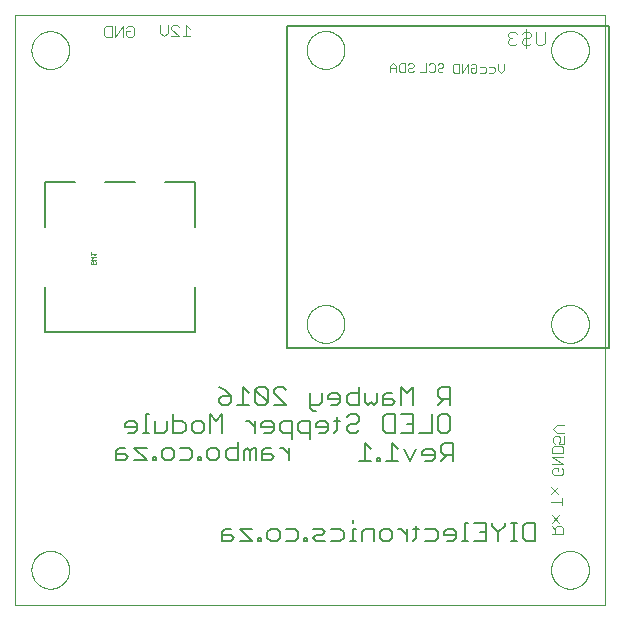
<source format=gbo>
G75*
%MOIN*%
%OFA0B0*%
%FSLAX25Y25*%
%IPPOS*%
%LPD*%
%AMOC8*
5,1,8,0,0,1.08239X$1,22.5*
%
%ADD10C,0.00000*%
%ADD11C,0.00300*%
%ADD12C,0.00500*%
%ADD13C,0.00100*%
%ADD14C,0.00400*%
D10*
X0002600Y0002600D02*
X0002600Y0199450D01*
X0199450Y0199450D01*
X0199450Y0002600D01*
X0002600Y0002600D01*
X0008112Y0014411D02*
X0008114Y0014569D01*
X0008120Y0014727D01*
X0008130Y0014885D01*
X0008144Y0015043D01*
X0008162Y0015200D01*
X0008183Y0015357D01*
X0008209Y0015513D01*
X0008239Y0015669D01*
X0008272Y0015824D01*
X0008310Y0015977D01*
X0008351Y0016130D01*
X0008396Y0016282D01*
X0008445Y0016433D01*
X0008498Y0016582D01*
X0008554Y0016730D01*
X0008614Y0016876D01*
X0008678Y0017021D01*
X0008746Y0017164D01*
X0008817Y0017306D01*
X0008891Y0017446D01*
X0008969Y0017583D01*
X0009051Y0017719D01*
X0009135Y0017853D01*
X0009224Y0017984D01*
X0009315Y0018113D01*
X0009410Y0018240D01*
X0009507Y0018365D01*
X0009608Y0018487D01*
X0009712Y0018606D01*
X0009819Y0018723D01*
X0009929Y0018837D01*
X0010042Y0018948D01*
X0010157Y0019057D01*
X0010275Y0019162D01*
X0010396Y0019264D01*
X0010519Y0019364D01*
X0010645Y0019460D01*
X0010773Y0019553D01*
X0010903Y0019643D01*
X0011036Y0019729D01*
X0011171Y0019813D01*
X0011307Y0019892D01*
X0011446Y0019969D01*
X0011587Y0020041D01*
X0011729Y0020111D01*
X0011873Y0020176D01*
X0012019Y0020238D01*
X0012166Y0020296D01*
X0012315Y0020351D01*
X0012465Y0020402D01*
X0012616Y0020449D01*
X0012768Y0020492D01*
X0012921Y0020531D01*
X0013076Y0020567D01*
X0013231Y0020598D01*
X0013387Y0020626D01*
X0013543Y0020650D01*
X0013700Y0020670D01*
X0013858Y0020686D01*
X0014015Y0020698D01*
X0014174Y0020706D01*
X0014332Y0020710D01*
X0014490Y0020710D01*
X0014648Y0020706D01*
X0014807Y0020698D01*
X0014964Y0020686D01*
X0015122Y0020670D01*
X0015279Y0020650D01*
X0015435Y0020626D01*
X0015591Y0020598D01*
X0015746Y0020567D01*
X0015901Y0020531D01*
X0016054Y0020492D01*
X0016206Y0020449D01*
X0016357Y0020402D01*
X0016507Y0020351D01*
X0016656Y0020296D01*
X0016803Y0020238D01*
X0016949Y0020176D01*
X0017093Y0020111D01*
X0017235Y0020041D01*
X0017376Y0019969D01*
X0017515Y0019892D01*
X0017651Y0019813D01*
X0017786Y0019729D01*
X0017919Y0019643D01*
X0018049Y0019553D01*
X0018177Y0019460D01*
X0018303Y0019364D01*
X0018426Y0019264D01*
X0018547Y0019162D01*
X0018665Y0019057D01*
X0018780Y0018948D01*
X0018893Y0018837D01*
X0019003Y0018723D01*
X0019110Y0018606D01*
X0019214Y0018487D01*
X0019315Y0018365D01*
X0019412Y0018240D01*
X0019507Y0018113D01*
X0019598Y0017984D01*
X0019687Y0017853D01*
X0019771Y0017719D01*
X0019853Y0017583D01*
X0019931Y0017446D01*
X0020005Y0017306D01*
X0020076Y0017164D01*
X0020144Y0017021D01*
X0020208Y0016876D01*
X0020268Y0016730D01*
X0020324Y0016582D01*
X0020377Y0016433D01*
X0020426Y0016282D01*
X0020471Y0016130D01*
X0020512Y0015977D01*
X0020550Y0015824D01*
X0020583Y0015669D01*
X0020613Y0015513D01*
X0020639Y0015357D01*
X0020660Y0015200D01*
X0020678Y0015043D01*
X0020692Y0014885D01*
X0020702Y0014727D01*
X0020708Y0014569D01*
X0020710Y0014411D01*
X0020708Y0014253D01*
X0020702Y0014095D01*
X0020692Y0013937D01*
X0020678Y0013779D01*
X0020660Y0013622D01*
X0020639Y0013465D01*
X0020613Y0013309D01*
X0020583Y0013153D01*
X0020550Y0012998D01*
X0020512Y0012845D01*
X0020471Y0012692D01*
X0020426Y0012540D01*
X0020377Y0012389D01*
X0020324Y0012240D01*
X0020268Y0012092D01*
X0020208Y0011946D01*
X0020144Y0011801D01*
X0020076Y0011658D01*
X0020005Y0011516D01*
X0019931Y0011376D01*
X0019853Y0011239D01*
X0019771Y0011103D01*
X0019687Y0010969D01*
X0019598Y0010838D01*
X0019507Y0010709D01*
X0019412Y0010582D01*
X0019315Y0010457D01*
X0019214Y0010335D01*
X0019110Y0010216D01*
X0019003Y0010099D01*
X0018893Y0009985D01*
X0018780Y0009874D01*
X0018665Y0009765D01*
X0018547Y0009660D01*
X0018426Y0009558D01*
X0018303Y0009458D01*
X0018177Y0009362D01*
X0018049Y0009269D01*
X0017919Y0009179D01*
X0017786Y0009093D01*
X0017651Y0009009D01*
X0017515Y0008930D01*
X0017376Y0008853D01*
X0017235Y0008781D01*
X0017093Y0008711D01*
X0016949Y0008646D01*
X0016803Y0008584D01*
X0016656Y0008526D01*
X0016507Y0008471D01*
X0016357Y0008420D01*
X0016206Y0008373D01*
X0016054Y0008330D01*
X0015901Y0008291D01*
X0015746Y0008255D01*
X0015591Y0008224D01*
X0015435Y0008196D01*
X0015279Y0008172D01*
X0015122Y0008152D01*
X0014964Y0008136D01*
X0014807Y0008124D01*
X0014648Y0008116D01*
X0014490Y0008112D01*
X0014332Y0008112D01*
X0014174Y0008116D01*
X0014015Y0008124D01*
X0013858Y0008136D01*
X0013700Y0008152D01*
X0013543Y0008172D01*
X0013387Y0008196D01*
X0013231Y0008224D01*
X0013076Y0008255D01*
X0012921Y0008291D01*
X0012768Y0008330D01*
X0012616Y0008373D01*
X0012465Y0008420D01*
X0012315Y0008471D01*
X0012166Y0008526D01*
X0012019Y0008584D01*
X0011873Y0008646D01*
X0011729Y0008711D01*
X0011587Y0008781D01*
X0011446Y0008853D01*
X0011307Y0008930D01*
X0011171Y0009009D01*
X0011036Y0009093D01*
X0010903Y0009179D01*
X0010773Y0009269D01*
X0010645Y0009362D01*
X0010519Y0009458D01*
X0010396Y0009558D01*
X0010275Y0009660D01*
X0010157Y0009765D01*
X0010042Y0009874D01*
X0009929Y0009985D01*
X0009819Y0010099D01*
X0009712Y0010216D01*
X0009608Y0010335D01*
X0009507Y0010457D01*
X0009410Y0010582D01*
X0009315Y0010709D01*
X0009224Y0010838D01*
X0009135Y0010969D01*
X0009051Y0011103D01*
X0008969Y0011239D01*
X0008891Y0011376D01*
X0008817Y0011516D01*
X0008746Y0011658D01*
X0008678Y0011801D01*
X0008614Y0011946D01*
X0008554Y0012092D01*
X0008498Y0012240D01*
X0008445Y0012389D01*
X0008396Y0012540D01*
X0008351Y0012692D01*
X0008310Y0012845D01*
X0008272Y0012998D01*
X0008239Y0013153D01*
X0008209Y0013309D01*
X0008183Y0013465D01*
X0008162Y0013622D01*
X0008144Y0013779D01*
X0008130Y0013937D01*
X0008120Y0014095D01*
X0008114Y0014253D01*
X0008112Y0014411D01*
X0099868Y0096356D02*
X0099870Y0096514D01*
X0099876Y0096672D01*
X0099886Y0096830D01*
X0099900Y0096988D01*
X0099918Y0097145D01*
X0099939Y0097302D01*
X0099965Y0097458D01*
X0099995Y0097614D01*
X0100028Y0097769D01*
X0100066Y0097922D01*
X0100107Y0098075D01*
X0100152Y0098227D01*
X0100201Y0098378D01*
X0100254Y0098527D01*
X0100310Y0098675D01*
X0100370Y0098821D01*
X0100434Y0098966D01*
X0100502Y0099109D01*
X0100573Y0099251D01*
X0100647Y0099391D01*
X0100725Y0099528D01*
X0100807Y0099664D01*
X0100891Y0099798D01*
X0100980Y0099929D01*
X0101071Y0100058D01*
X0101166Y0100185D01*
X0101263Y0100310D01*
X0101364Y0100432D01*
X0101468Y0100551D01*
X0101575Y0100668D01*
X0101685Y0100782D01*
X0101798Y0100893D01*
X0101913Y0101002D01*
X0102031Y0101107D01*
X0102152Y0101209D01*
X0102275Y0101309D01*
X0102401Y0101405D01*
X0102529Y0101498D01*
X0102659Y0101588D01*
X0102792Y0101674D01*
X0102927Y0101758D01*
X0103063Y0101837D01*
X0103202Y0101914D01*
X0103343Y0101986D01*
X0103485Y0102056D01*
X0103629Y0102121D01*
X0103775Y0102183D01*
X0103922Y0102241D01*
X0104071Y0102296D01*
X0104221Y0102347D01*
X0104372Y0102394D01*
X0104524Y0102437D01*
X0104677Y0102476D01*
X0104832Y0102512D01*
X0104987Y0102543D01*
X0105143Y0102571D01*
X0105299Y0102595D01*
X0105456Y0102615D01*
X0105614Y0102631D01*
X0105771Y0102643D01*
X0105930Y0102651D01*
X0106088Y0102655D01*
X0106246Y0102655D01*
X0106404Y0102651D01*
X0106563Y0102643D01*
X0106720Y0102631D01*
X0106878Y0102615D01*
X0107035Y0102595D01*
X0107191Y0102571D01*
X0107347Y0102543D01*
X0107502Y0102512D01*
X0107657Y0102476D01*
X0107810Y0102437D01*
X0107962Y0102394D01*
X0108113Y0102347D01*
X0108263Y0102296D01*
X0108412Y0102241D01*
X0108559Y0102183D01*
X0108705Y0102121D01*
X0108849Y0102056D01*
X0108991Y0101986D01*
X0109132Y0101914D01*
X0109271Y0101837D01*
X0109407Y0101758D01*
X0109542Y0101674D01*
X0109675Y0101588D01*
X0109805Y0101498D01*
X0109933Y0101405D01*
X0110059Y0101309D01*
X0110182Y0101209D01*
X0110303Y0101107D01*
X0110421Y0101002D01*
X0110536Y0100893D01*
X0110649Y0100782D01*
X0110759Y0100668D01*
X0110866Y0100551D01*
X0110970Y0100432D01*
X0111071Y0100310D01*
X0111168Y0100185D01*
X0111263Y0100058D01*
X0111354Y0099929D01*
X0111443Y0099798D01*
X0111527Y0099664D01*
X0111609Y0099528D01*
X0111687Y0099391D01*
X0111761Y0099251D01*
X0111832Y0099109D01*
X0111900Y0098966D01*
X0111964Y0098821D01*
X0112024Y0098675D01*
X0112080Y0098527D01*
X0112133Y0098378D01*
X0112182Y0098227D01*
X0112227Y0098075D01*
X0112268Y0097922D01*
X0112306Y0097769D01*
X0112339Y0097614D01*
X0112369Y0097458D01*
X0112395Y0097302D01*
X0112416Y0097145D01*
X0112434Y0096988D01*
X0112448Y0096830D01*
X0112458Y0096672D01*
X0112464Y0096514D01*
X0112466Y0096356D01*
X0112464Y0096198D01*
X0112458Y0096040D01*
X0112448Y0095882D01*
X0112434Y0095724D01*
X0112416Y0095567D01*
X0112395Y0095410D01*
X0112369Y0095254D01*
X0112339Y0095098D01*
X0112306Y0094943D01*
X0112268Y0094790D01*
X0112227Y0094637D01*
X0112182Y0094485D01*
X0112133Y0094334D01*
X0112080Y0094185D01*
X0112024Y0094037D01*
X0111964Y0093891D01*
X0111900Y0093746D01*
X0111832Y0093603D01*
X0111761Y0093461D01*
X0111687Y0093321D01*
X0111609Y0093184D01*
X0111527Y0093048D01*
X0111443Y0092914D01*
X0111354Y0092783D01*
X0111263Y0092654D01*
X0111168Y0092527D01*
X0111071Y0092402D01*
X0110970Y0092280D01*
X0110866Y0092161D01*
X0110759Y0092044D01*
X0110649Y0091930D01*
X0110536Y0091819D01*
X0110421Y0091710D01*
X0110303Y0091605D01*
X0110182Y0091503D01*
X0110059Y0091403D01*
X0109933Y0091307D01*
X0109805Y0091214D01*
X0109675Y0091124D01*
X0109542Y0091038D01*
X0109407Y0090954D01*
X0109271Y0090875D01*
X0109132Y0090798D01*
X0108991Y0090726D01*
X0108849Y0090656D01*
X0108705Y0090591D01*
X0108559Y0090529D01*
X0108412Y0090471D01*
X0108263Y0090416D01*
X0108113Y0090365D01*
X0107962Y0090318D01*
X0107810Y0090275D01*
X0107657Y0090236D01*
X0107502Y0090200D01*
X0107347Y0090169D01*
X0107191Y0090141D01*
X0107035Y0090117D01*
X0106878Y0090097D01*
X0106720Y0090081D01*
X0106563Y0090069D01*
X0106404Y0090061D01*
X0106246Y0090057D01*
X0106088Y0090057D01*
X0105930Y0090061D01*
X0105771Y0090069D01*
X0105614Y0090081D01*
X0105456Y0090097D01*
X0105299Y0090117D01*
X0105143Y0090141D01*
X0104987Y0090169D01*
X0104832Y0090200D01*
X0104677Y0090236D01*
X0104524Y0090275D01*
X0104372Y0090318D01*
X0104221Y0090365D01*
X0104071Y0090416D01*
X0103922Y0090471D01*
X0103775Y0090529D01*
X0103629Y0090591D01*
X0103485Y0090656D01*
X0103343Y0090726D01*
X0103202Y0090798D01*
X0103063Y0090875D01*
X0102927Y0090954D01*
X0102792Y0091038D01*
X0102659Y0091124D01*
X0102529Y0091214D01*
X0102401Y0091307D01*
X0102275Y0091403D01*
X0102152Y0091503D01*
X0102031Y0091605D01*
X0101913Y0091710D01*
X0101798Y0091819D01*
X0101685Y0091930D01*
X0101575Y0092044D01*
X0101468Y0092161D01*
X0101364Y0092280D01*
X0101263Y0092402D01*
X0101166Y0092527D01*
X0101071Y0092654D01*
X0100980Y0092783D01*
X0100891Y0092914D01*
X0100807Y0093048D01*
X0100725Y0093184D01*
X0100647Y0093321D01*
X0100573Y0093461D01*
X0100502Y0093603D01*
X0100434Y0093746D01*
X0100370Y0093891D01*
X0100310Y0094037D01*
X0100254Y0094185D01*
X0100201Y0094334D01*
X0100152Y0094485D01*
X0100107Y0094637D01*
X0100066Y0094790D01*
X0100028Y0094943D01*
X0099995Y0095098D01*
X0099965Y0095254D01*
X0099939Y0095410D01*
X0099918Y0095567D01*
X0099900Y0095724D01*
X0099886Y0095882D01*
X0099876Y0096040D01*
X0099870Y0096198D01*
X0099868Y0096356D01*
X0181364Y0096356D02*
X0181366Y0096514D01*
X0181372Y0096672D01*
X0181382Y0096830D01*
X0181396Y0096988D01*
X0181414Y0097145D01*
X0181435Y0097302D01*
X0181461Y0097458D01*
X0181491Y0097614D01*
X0181524Y0097769D01*
X0181562Y0097922D01*
X0181603Y0098075D01*
X0181648Y0098227D01*
X0181697Y0098378D01*
X0181750Y0098527D01*
X0181806Y0098675D01*
X0181866Y0098821D01*
X0181930Y0098966D01*
X0181998Y0099109D01*
X0182069Y0099251D01*
X0182143Y0099391D01*
X0182221Y0099528D01*
X0182303Y0099664D01*
X0182387Y0099798D01*
X0182476Y0099929D01*
X0182567Y0100058D01*
X0182662Y0100185D01*
X0182759Y0100310D01*
X0182860Y0100432D01*
X0182964Y0100551D01*
X0183071Y0100668D01*
X0183181Y0100782D01*
X0183294Y0100893D01*
X0183409Y0101002D01*
X0183527Y0101107D01*
X0183648Y0101209D01*
X0183771Y0101309D01*
X0183897Y0101405D01*
X0184025Y0101498D01*
X0184155Y0101588D01*
X0184288Y0101674D01*
X0184423Y0101758D01*
X0184559Y0101837D01*
X0184698Y0101914D01*
X0184839Y0101986D01*
X0184981Y0102056D01*
X0185125Y0102121D01*
X0185271Y0102183D01*
X0185418Y0102241D01*
X0185567Y0102296D01*
X0185717Y0102347D01*
X0185868Y0102394D01*
X0186020Y0102437D01*
X0186173Y0102476D01*
X0186328Y0102512D01*
X0186483Y0102543D01*
X0186639Y0102571D01*
X0186795Y0102595D01*
X0186952Y0102615D01*
X0187110Y0102631D01*
X0187267Y0102643D01*
X0187426Y0102651D01*
X0187584Y0102655D01*
X0187742Y0102655D01*
X0187900Y0102651D01*
X0188059Y0102643D01*
X0188216Y0102631D01*
X0188374Y0102615D01*
X0188531Y0102595D01*
X0188687Y0102571D01*
X0188843Y0102543D01*
X0188998Y0102512D01*
X0189153Y0102476D01*
X0189306Y0102437D01*
X0189458Y0102394D01*
X0189609Y0102347D01*
X0189759Y0102296D01*
X0189908Y0102241D01*
X0190055Y0102183D01*
X0190201Y0102121D01*
X0190345Y0102056D01*
X0190487Y0101986D01*
X0190628Y0101914D01*
X0190767Y0101837D01*
X0190903Y0101758D01*
X0191038Y0101674D01*
X0191171Y0101588D01*
X0191301Y0101498D01*
X0191429Y0101405D01*
X0191555Y0101309D01*
X0191678Y0101209D01*
X0191799Y0101107D01*
X0191917Y0101002D01*
X0192032Y0100893D01*
X0192145Y0100782D01*
X0192255Y0100668D01*
X0192362Y0100551D01*
X0192466Y0100432D01*
X0192567Y0100310D01*
X0192664Y0100185D01*
X0192759Y0100058D01*
X0192850Y0099929D01*
X0192939Y0099798D01*
X0193023Y0099664D01*
X0193105Y0099528D01*
X0193183Y0099391D01*
X0193257Y0099251D01*
X0193328Y0099109D01*
X0193396Y0098966D01*
X0193460Y0098821D01*
X0193520Y0098675D01*
X0193576Y0098527D01*
X0193629Y0098378D01*
X0193678Y0098227D01*
X0193723Y0098075D01*
X0193764Y0097922D01*
X0193802Y0097769D01*
X0193835Y0097614D01*
X0193865Y0097458D01*
X0193891Y0097302D01*
X0193912Y0097145D01*
X0193930Y0096988D01*
X0193944Y0096830D01*
X0193954Y0096672D01*
X0193960Y0096514D01*
X0193962Y0096356D01*
X0193960Y0096198D01*
X0193954Y0096040D01*
X0193944Y0095882D01*
X0193930Y0095724D01*
X0193912Y0095567D01*
X0193891Y0095410D01*
X0193865Y0095254D01*
X0193835Y0095098D01*
X0193802Y0094943D01*
X0193764Y0094790D01*
X0193723Y0094637D01*
X0193678Y0094485D01*
X0193629Y0094334D01*
X0193576Y0094185D01*
X0193520Y0094037D01*
X0193460Y0093891D01*
X0193396Y0093746D01*
X0193328Y0093603D01*
X0193257Y0093461D01*
X0193183Y0093321D01*
X0193105Y0093184D01*
X0193023Y0093048D01*
X0192939Y0092914D01*
X0192850Y0092783D01*
X0192759Y0092654D01*
X0192664Y0092527D01*
X0192567Y0092402D01*
X0192466Y0092280D01*
X0192362Y0092161D01*
X0192255Y0092044D01*
X0192145Y0091930D01*
X0192032Y0091819D01*
X0191917Y0091710D01*
X0191799Y0091605D01*
X0191678Y0091503D01*
X0191555Y0091403D01*
X0191429Y0091307D01*
X0191301Y0091214D01*
X0191171Y0091124D01*
X0191038Y0091038D01*
X0190903Y0090954D01*
X0190767Y0090875D01*
X0190628Y0090798D01*
X0190487Y0090726D01*
X0190345Y0090656D01*
X0190201Y0090591D01*
X0190055Y0090529D01*
X0189908Y0090471D01*
X0189759Y0090416D01*
X0189609Y0090365D01*
X0189458Y0090318D01*
X0189306Y0090275D01*
X0189153Y0090236D01*
X0188998Y0090200D01*
X0188843Y0090169D01*
X0188687Y0090141D01*
X0188531Y0090117D01*
X0188374Y0090097D01*
X0188216Y0090081D01*
X0188059Y0090069D01*
X0187900Y0090061D01*
X0187742Y0090057D01*
X0187584Y0090057D01*
X0187426Y0090061D01*
X0187267Y0090069D01*
X0187110Y0090081D01*
X0186952Y0090097D01*
X0186795Y0090117D01*
X0186639Y0090141D01*
X0186483Y0090169D01*
X0186328Y0090200D01*
X0186173Y0090236D01*
X0186020Y0090275D01*
X0185868Y0090318D01*
X0185717Y0090365D01*
X0185567Y0090416D01*
X0185418Y0090471D01*
X0185271Y0090529D01*
X0185125Y0090591D01*
X0184981Y0090656D01*
X0184839Y0090726D01*
X0184698Y0090798D01*
X0184559Y0090875D01*
X0184423Y0090954D01*
X0184288Y0091038D01*
X0184155Y0091124D01*
X0184025Y0091214D01*
X0183897Y0091307D01*
X0183771Y0091403D01*
X0183648Y0091503D01*
X0183527Y0091605D01*
X0183409Y0091710D01*
X0183294Y0091819D01*
X0183181Y0091930D01*
X0183071Y0092044D01*
X0182964Y0092161D01*
X0182860Y0092280D01*
X0182759Y0092402D01*
X0182662Y0092527D01*
X0182567Y0092654D01*
X0182476Y0092783D01*
X0182387Y0092914D01*
X0182303Y0093048D01*
X0182221Y0093184D01*
X0182143Y0093321D01*
X0182069Y0093461D01*
X0181998Y0093603D01*
X0181930Y0093746D01*
X0181866Y0093891D01*
X0181806Y0094037D01*
X0181750Y0094185D01*
X0181697Y0094334D01*
X0181648Y0094485D01*
X0181603Y0094637D01*
X0181562Y0094790D01*
X0181524Y0094943D01*
X0181491Y0095098D01*
X0181461Y0095254D01*
X0181435Y0095410D01*
X0181414Y0095567D01*
X0181396Y0095724D01*
X0181382Y0095882D01*
X0181372Y0096040D01*
X0181366Y0096198D01*
X0181364Y0096356D01*
X0181340Y0014411D02*
X0181342Y0014569D01*
X0181348Y0014727D01*
X0181358Y0014885D01*
X0181372Y0015043D01*
X0181390Y0015200D01*
X0181411Y0015357D01*
X0181437Y0015513D01*
X0181467Y0015669D01*
X0181500Y0015824D01*
X0181538Y0015977D01*
X0181579Y0016130D01*
X0181624Y0016282D01*
X0181673Y0016433D01*
X0181726Y0016582D01*
X0181782Y0016730D01*
X0181842Y0016876D01*
X0181906Y0017021D01*
X0181974Y0017164D01*
X0182045Y0017306D01*
X0182119Y0017446D01*
X0182197Y0017583D01*
X0182279Y0017719D01*
X0182363Y0017853D01*
X0182452Y0017984D01*
X0182543Y0018113D01*
X0182638Y0018240D01*
X0182735Y0018365D01*
X0182836Y0018487D01*
X0182940Y0018606D01*
X0183047Y0018723D01*
X0183157Y0018837D01*
X0183270Y0018948D01*
X0183385Y0019057D01*
X0183503Y0019162D01*
X0183624Y0019264D01*
X0183747Y0019364D01*
X0183873Y0019460D01*
X0184001Y0019553D01*
X0184131Y0019643D01*
X0184264Y0019729D01*
X0184399Y0019813D01*
X0184535Y0019892D01*
X0184674Y0019969D01*
X0184815Y0020041D01*
X0184957Y0020111D01*
X0185101Y0020176D01*
X0185247Y0020238D01*
X0185394Y0020296D01*
X0185543Y0020351D01*
X0185693Y0020402D01*
X0185844Y0020449D01*
X0185996Y0020492D01*
X0186149Y0020531D01*
X0186304Y0020567D01*
X0186459Y0020598D01*
X0186615Y0020626D01*
X0186771Y0020650D01*
X0186928Y0020670D01*
X0187086Y0020686D01*
X0187243Y0020698D01*
X0187402Y0020706D01*
X0187560Y0020710D01*
X0187718Y0020710D01*
X0187876Y0020706D01*
X0188035Y0020698D01*
X0188192Y0020686D01*
X0188350Y0020670D01*
X0188507Y0020650D01*
X0188663Y0020626D01*
X0188819Y0020598D01*
X0188974Y0020567D01*
X0189129Y0020531D01*
X0189282Y0020492D01*
X0189434Y0020449D01*
X0189585Y0020402D01*
X0189735Y0020351D01*
X0189884Y0020296D01*
X0190031Y0020238D01*
X0190177Y0020176D01*
X0190321Y0020111D01*
X0190463Y0020041D01*
X0190604Y0019969D01*
X0190743Y0019892D01*
X0190879Y0019813D01*
X0191014Y0019729D01*
X0191147Y0019643D01*
X0191277Y0019553D01*
X0191405Y0019460D01*
X0191531Y0019364D01*
X0191654Y0019264D01*
X0191775Y0019162D01*
X0191893Y0019057D01*
X0192008Y0018948D01*
X0192121Y0018837D01*
X0192231Y0018723D01*
X0192338Y0018606D01*
X0192442Y0018487D01*
X0192543Y0018365D01*
X0192640Y0018240D01*
X0192735Y0018113D01*
X0192826Y0017984D01*
X0192915Y0017853D01*
X0192999Y0017719D01*
X0193081Y0017583D01*
X0193159Y0017446D01*
X0193233Y0017306D01*
X0193304Y0017164D01*
X0193372Y0017021D01*
X0193436Y0016876D01*
X0193496Y0016730D01*
X0193552Y0016582D01*
X0193605Y0016433D01*
X0193654Y0016282D01*
X0193699Y0016130D01*
X0193740Y0015977D01*
X0193778Y0015824D01*
X0193811Y0015669D01*
X0193841Y0015513D01*
X0193867Y0015357D01*
X0193888Y0015200D01*
X0193906Y0015043D01*
X0193920Y0014885D01*
X0193930Y0014727D01*
X0193936Y0014569D01*
X0193938Y0014411D01*
X0193936Y0014253D01*
X0193930Y0014095D01*
X0193920Y0013937D01*
X0193906Y0013779D01*
X0193888Y0013622D01*
X0193867Y0013465D01*
X0193841Y0013309D01*
X0193811Y0013153D01*
X0193778Y0012998D01*
X0193740Y0012845D01*
X0193699Y0012692D01*
X0193654Y0012540D01*
X0193605Y0012389D01*
X0193552Y0012240D01*
X0193496Y0012092D01*
X0193436Y0011946D01*
X0193372Y0011801D01*
X0193304Y0011658D01*
X0193233Y0011516D01*
X0193159Y0011376D01*
X0193081Y0011239D01*
X0192999Y0011103D01*
X0192915Y0010969D01*
X0192826Y0010838D01*
X0192735Y0010709D01*
X0192640Y0010582D01*
X0192543Y0010457D01*
X0192442Y0010335D01*
X0192338Y0010216D01*
X0192231Y0010099D01*
X0192121Y0009985D01*
X0192008Y0009874D01*
X0191893Y0009765D01*
X0191775Y0009660D01*
X0191654Y0009558D01*
X0191531Y0009458D01*
X0191405Y0009362D01*
X0191277Y0009269D01*
X0191147Y0009179D01*
X0191014Y0009093D01*
X0190879Y0009009D01*
X0190743Y0008930D01*
X0190604Y0008853D01*
X0190463Y0008781D01*
X0190321Y0008711D01*
X0190177Y0008646D01*
X0190031Y0008584D01*
X0189884Y0008526D01*
X0189735Y0008471D01*
X0189585Y0008420D01*
X0189434Y0008373D01*
X0189282Y0008330D01*
X0189129Y0008291D01*
X0188974Y0008255D01*
X0188819Y0008224D01*
X0188663Y0008196D01*
X0188507Y0008172D01*
X0188350Y0008152D01*
X0188192Y0008136D01*
X0188035Y0008124D01*
X0187876Y0008116D01*
X0187718Y0008112D01*
X0187560Y0008112D01*
X0187402Y0008116D01*
X0187243Y0008124D01*
X0187086Y0008136D01*
X0186928Y0008152D01*
X0186771Y0008172D01*
X0186615Y0008196D01*
X0186459Y0008224D01*
X0186304Y0008255D01*
X0186149Y0008291D01*
X0185996Y0008330D01*
X0185844Y0008373D01*
X0185693Y0008420D01*
X0185543Y0008471D01*
X0185394Y0008526D01*
X0185247Y0008584D01*
X0185101Y0008646D01*
X0184957Y0008711D01*
X0184815Y0008781D01*
X0184674Y0008853D01*
X0184535Y0008930D01*
X0184399Y0009009D01*
X0184264Y0009093D01*
X0184131Y0009179D01*
X0184001Y0009269D01*
X0183873Y0009362D01*
X0183747Y0009458D01*
X0183624Y0009558D01*
X0183503Y0009660D01*
X0183385Y0009765D01*
X0183270Y0009874D01*
X0183157Y0009985D01*
X0183047Y0010099D01*
X0182940Y0010216D01*
X0182836Y0010335D01*
X0182735Y0010457D01*
X0182638Y0010582D01*
X0182543Y0010709D01*
X0182452Y0010838D01*
X0182363Y0010969D01*
X0182279Y0011103D01*
X0182197Y0011239D01*
X0182119Y0011376D01*
X0182045Y0011516D01*
X0181974Y0011658D01*
X0181906Y0011801D01*
X0181842Y0011946D01*
X0181782Y0012092D01*
X0181726Y0012240D01*
X0181673Y0012389D01*
X0181624Y0012540D01*
X0181579Y0012692D01*
X0181538Y0012845D01*
X0181500Y0012998D01*
X0181467Y0013153D01*
X0181437Y0013309D01*
X0181411Y0013465D01*
X0181390Y0013622D01*
X0181372Y0013779D01*
X0181358Y0013937D01*
X0181348Y0014095D01*
X0181342Y0014253D01*
X0181340Y0014411D01*
X0181364Y0187694D02*
X0181366Y0187852D01*
X0181372Y0188010D01*
X0181382Y0188168D01*
X0181396Y0188326D01*
X0181414Y0188483D01*
X0181435Y0188640D01*
X0181461Y0188796D01*
X0181491Y0188952D01*
X0181524Y0189107D01*
X0181562Y0189260D01*
X0181603Y0189413D01*
X0181648Y0189565D01*
X0181697Y0189716D01*
X0181750Y0189865D01*
X0181806Y0190013D01*
X0181866Y0190159D01*
X0181930Y0190304D01*
X0181998Y0190447D01*
X0182069Y0190589D01*
X0182143Y0190729D01*
X0182221Y0190866D01*
X0182303Y0191002D01*
X0182387Y0191136D01*
X0182476Y0191267D01*
X0182567Y0191396D01*
X0182662Y0191523D01*
X0182759Y0191648D01*
X0182860Y0191770D01*
X0182964Y0191889D01*
X0183071Y0192006D01*
X0183181Y0192120D01*
X0183294Y0192231D01*
X0183409Y0192340D01*
X0183527Y0192445D01*
X0183648Y0192547D01*
X0183771Y0192647D01*
X0183897Y0192743D01*
X0184025Y0192836D01*
X0184155Y0192926D01*
X0184288Y0193012D01*
X0184423Y0193096D01*
X0184559Y0193175D01*
X0184698Y0193252D01*
X0184839Y0193324D01*
X0184981Y0193394D01*
X0185125Y0193459D01*
X0185271Y0193521D01*
X0185418Y0193579D01*
X0185567Y0193634D01*
X0185717Y0193685D01*
X0185868Y0193732D01*
X0186020Y0193775D01*
X0186173Y0193814D01*
X0186328Y0193850D01*
X0186483Y0193881D01*
X0186639Y0193909D01*
X0186795Y0193933D01*
X0186952Y0193953D01*
X0187110Y0193969D01*
X0187267Y0193981D01*
X0187426Y0193989D01*
X0187584Y0193993D01*
X0187742Y0193993D01*
X0187900Y0193989D01*
X0188059Y0193981D01*
X0188216Y0193969D01*
X0188374Y0193953D01*
X0188531Y0193933D01*
X0188687Y0193909D01*
X0188843Y0193881D01*
X0188998Y0193850D01*
X0189153Y0193814D01*
X0189306Y0193775D01*
X0189458Y0193732D01*
X0189609Y0193685D01*
X0189759Y0193634D01*
X0189908Y0193579D01*
X0190055Y0193521D01*
X0190201Y0193459D01*
X0190345Y0193394D01*
X0190487Y0193324D01*
X0190628Y0193252D01*
X0190767Y0193175D01*
X0190903Y0193096D01*
X0191038Y0193012D01*
X0191171Y0192926D01*
X0191301Y0192836D01*
X0191429Y0192743D01*
X0191555Y0192647D01*
X0191678Y0192547D01*
X0191799Y0192445D01*
X0191917Y0192340D01*
X0192032Y0192231D01*
X0192145Y0192120D01*
X0192255Y0192006D01*
X0192362Y0191889D01*
X0192466Y0191770D01*
X0192567Y0191648D01*
X0192664Y0191523D01*
X0192759Y0191396D01*
X0192850Y0191267D01*
X0192939Y0191136D01*
X0193023Y0191002D01*
X0193105Y0190866D01*
X0193183Y0190729D01*
X0193257Y0190589D01*
X0193328Y0190447D01*
X0193396Y0190304D01*
X0193460Y0190159D01*
X0193520Y0190013D01*
X0193576Y0189865D01*
X0193629Y0189716D01*
X0193678Y0189565D01*
X0193723Y0189413D01*
X0193764Y0189260D01*
X0193802Y0189107D01*
X0193835Y0188952D01*
X0193865Y0188796D01*
X0193891Y0188640D01*
X0193912Y0188483D01*
X0193930Y0188326D01*
X0193944Y0188168D01*
X0193954Y0188010D01*
X0193960Y0187852D01*
X0193962Y0187694D01*
X0193960Y0187536D01*
X0193954Y0187378D01*
X0193944Y0187220D01*
X0193930Y0187062D01*
X0193912Y0186905D01*
X0193891Y0186748D01*
X0193865Y0186592D01*
X0193835Y0186436D01*
X0193802Y0186281D01*
X0193764Y0186128D01*
X0193723Y0185975D01*
X0193678Y0185823D01*
X0193629Y0185672D01*
X0193576Y0185523D01*
X0193520Y0185375D01*
X0193460Y0185229D01*
X0193396Y0185084D01*
X0193328Y0184941D01*
X0193257Y0184799D01*
X0193183Y0184659D01*
X0193105Y0184522D01*
X0193023Y0184386D01*
X0192939Y0184252D01*
X0192850Y0184121D01*
X0192759Y0183992D01*
X0192664Y0183865D01*
X0192567Y0183740D01*
X0192466Y0183618D01*
X0192362Y0183499D01*
X0192255Y0183382D01*
X0192145Y0183268D01*
X0192032Y0183157D01*
X0191917Y0183048D01*
X0191799Y0182943D01*
X0191678Y0182841D01*
X0191555Y0182741D01*
X0191429Y0182645D01*
X0191301Y0182552D01*
X0191171Y0182462D01*
X0191038Y0182376D01*
X0190903Y0182292D01*
X0190767Y0182213D01*
X0190628Y0182136D01*
X0190487Y0182064D01*
X0190345Y0181994D01*
X0190201Y0181929D01*
X0190055Y0181867D01*
X0189908Y0181809D01*
X0189759Y0181754D01*
X0189609Y0181703D01*
X0189458Y0181656D01*
X0189306Y0181613D01*
X0189153Y0181574D01*
X0188998Y0181538D01*
X0188843Y0181507D01*
X0188687Y0181479D01*
X0188531Y0181455D01*
X0188374Y0181435D01*
X0188216Y0181419D01*
X0188059Y0181407D01*
X0187900Y0181399D01*
X0187742Y0181395D01*
X0187584Y0181395D01*
X0187426Y0181399D01*
X0187267Y0181407D01*
X0187110Y0181419D01*
X0186952Y0181435D01*
X0186795Y0181455D01*
X0186639Y0181479D01*
X0186483Y0181507D01*
X0186328Y0181538D01*
X0186173Y0181574D01*
X0186020Y0181613D01*
X0185868Y0181656D01*
X0185717Y0181703D01*
X0185567Y0181754D01*
X0185418Y0181809D01*
X0185271Y0181867D01*
X0185125Y0181929D01*
X0184981Y0181994D01*
X0184839Y0182064D01*
X0184698Y0182136D01*
X0184559Y0182213D01*
X0184423Y0182292D01*
X0184288Y0182376D01*
X0184155Y0182462D01*
X0184025Y0182552D01*
X0183897Y0182645D01*
X0183771Y0182741D01*
X0183648Y0182841D01*
X0183527Y0182943D01*
X0183409Y0183048D01*
X0183294Y0183157D01*
X0183181Y0183268D01*
X0183071Y0183382D01*
X0182964Y0183499D01*
X0182860Y0183618D01*
X0182759Y0183740D01*
X0182662Y0183865D01*
X0182567Y0183992D01*
X0182476Y0184121D01*
X0182387Y0184252D01*
X0182303Y0184386D01*
X0182221Y0184522D01*
X0182143Y0184659D01*
X0182069Y0184799D01*
X0181998Y0184941D01*
X0181930Y0185084D01*
X0181866Y0185229D01*
X0181806Y0185375D01*
X0181750Y0185523D01*
X0181697Y0185672D01*
X0181648Y0185823D01*
X0181603Y0185975D01*
X0181562Y0186128D01*
X0181524Y0186281D01*
X0181491Y0186436D01*
X0181461Y0186592D01*
X0181435Y0186748D01*
X0181414Y0186905D01*
X0181396Y0187062D01*
X0181382Y0187220D01*
X0181372Y0187378D01*
X0181366Y0187536D01*
X0181364Y0187694D01*
X0099868Y0187694D02*
X0099870Y0187852D01*
X0099876Y0188010D01*
X0099886Y0188168D01*
X0099900Y0188326D01*
X0099918Y0188483D01*
X0099939Y0188640D01*
X0099965Y0188796D01*
X0099995Y0188952D01*
X0100028Y0189107D01*
X0100066Y0189260D01*
X0100107Y0189413D01*
X0100152Y0189565D01*
X0100201Y0189716D01*
X0100254Y0189865D01*
X0100310Y0190013D01*
X0100370Y0190159D01*
X0100434Y0190304D01*
X0100502Y0190447D01*
X0100573Y0190589D01*
X0100647Y0190729D01*
X0100725Y0190866D01*
X0100807Y0191002D01*
X0100891Y0191136D01*
X0100980Y0191267D01*
X0101071Y0191396D01*
X0101166Y0191523D01*
X0101263Y0191648D01*
X0101364Y0191770D01*
X0101468Y0191889D01*
X0101575Y0192006D01*
X0101685Y0192120D01*
X0101798Y0192231D01*
X0101913Y0192340D01*
X0102031Y0192445D01*
X0102152Y0192547D01*
X0102275Y0192647D01*
X0102401Y0192743D01*
X0102529Y0192836D01*
X0102659Y0192926D01*
X0102792Y0193012D01*
X0102927Y0193096D01*
X0103063Y0193175D01*
X0103202Y0193252D01*
X0103343Y0193324D01*
X0103485Y0193394D01*
X0103629Y0193459D01*
X0103775Y0193521D01*
X0103922Y0193579D01*
X0104071Y0193634D01*
X0104221Y0193685D01*
X0104372Y0193732D01*
X0104524Y0193775D01*
X0104677Y0193814D01*
X0104832Y0193850D01*
X0104987Y0193881D01*
X0105143Y0193909D01*
X0105299Y0193933D01*
X0105456Y0193953D01*
X0105614Y0193969D01*
X0105771Y0193981D01*
X0105930Y0193989D01*
X0106088Y0193993D01*
X0106246Y0193993D01*
X0106404Y0193989D01*
X0106563Y0193981D01*
X0106720Y0193969D01*
X0106878Y0193953D01*
X0107035Y0193933D01*
X0107191Y0193909D01*
X0107347Y0193881D01*
X0107502Y0193850D01*
X0107657Y0193814D01*
X0107810Y0193775D01*
X0107962Y0193732D01*
X0108113Y0193685D01*
X0108263Y0193634D01*
X0108412Y0193579D01*
X0108559Y0193521D01*
X0108705Y0193459D01*
X0108849Y0193394D01*
X0108991Y0193324D01*
X0109132Y0193252D01*
X0109271Y0193175D01*
X0109407Y0193096D01*
X0109542Y0193012D01*
X0109675Y0192926D01*
X0109805Y0192836D01*
X0109933Y0192743D01*
X0110059Y0192647D01*
X0110182Y0192547D01*
X0110303Y0192445D01*
X0110421Y0192340D01*
X0110536Y0192231D01*
X0110649Y0192120D01*
X0110759Y0192006D01*
X0110866Y0191889D01*
X0110970Y0191770D01*
X0111071Y0191648D01*
X0111168Y0191523D01*
X0111263Y0191396D01*
X0111354Y0191267D01*
X0111443Y0191136D01*
X0111527Y0191002D01*
X0111609Y0190866D01*
X0111687Y0190729D01*
X0111761Y0190589D01*
X0111832Y0190447D01*
X0111900Y0190304D01*
X0111964Y0190159D01*
X0112024Y0190013D01*
X0112080Y0189865D01*
X0112133Y0189716D01*
X0112182Y0189565D01*
X0112227Y0189413D01*
X0112268Y0189260D01*
X0112306Y0189107D01*
X0112339Y0188952D01*
X0112369Y0188796D01*
X0112395Y0188640D01*
X0112416Y0188483D01*
X0112434Y0188326D01*
X0112448Y0188168D01*
X0112458Y0188010D01*
X0112464Y0187852D01*
X0112466Y0187694D01*
X0112464Y0187536D01*
X0112458Y0187378D01*
X0112448Y0187220D01*
X0112434Y0187062D01*
X0112416Y0186905D01*
X0112395Y0186748D01*
X0112369Y0186592D01*
X0112339Y0186436D01*
X0112306Y0186281D01*
X0112268Y0186128D01*
X0112227Y0185975D01*
X0112182Y0185823D01*
X0112133Y0185672D01*
X0112080Y0185523D01*
X0112024Y0185375D01*
X0111964Y0185229D01*
X0111900Y0185084D01*
X0111832Y0184941D01*
X0111761Y0184799D01*
X0111687Y0184659D01*
X0111609Y0184522D01*
X0111527Y0184386D01*
X0111443Y0184252D01*
X0111354Y0184121D01*
X0111263Y0183992D01*
X0111168Y0183865D01*
X0111071Y0183740D01*
X0110970Y0183618D01*
X0110866Y0183499D01*
X0110759Y0183382D01*
X0110649Y0183268D01*
X0110536Y0183157D01*
X0110421Y0183048D01*
X0110303Y0182943D01*
X0110182Y0182841D01*
X0110059Y0182741D01*
X0109933Y0182645D01*
X0109805Y0182552D01*
X0109675Y0182462D01*
X0109542Y0182376D01*
X0109407Y0182292D01*
X0109271Y0182213D01*
X0109132Y0182136D01*
X0108991Y0182064D01*
X0108849Y0181994D01*
X0108705Y0181929D01*
X0108559Y0181867D01*
X0108412Y0181809D01*
X0108263Y0181754D01*
X0108113Y0181703D01*
X0107962Y0181656D01*
X0107810Y0181613D01*
X0107657Y0181574D01*
X0107502Y0181538D01*
X0107347Y0181507D01*
X0107191Y0181479D01*
X0107035Y0181455D01*
X0106878Y0181435D01*
X0106720Y0181419D01*
X0106563Y0181407D01*
X0106404Y0181399D01*
X0106246Y0181395D01*
X0106088Y0181395D01*
X0105930Y0181399D01*
X0105771Y0181407D01*
X0105614Y0181419D01*
X0105456Y0181435D01*
X0105299Y0181455D01*
X0105143Y0181479D01*
X0104987Y0181507D01*
X0104832Y0181538D01*
X0104677Y0181574D01*
X0104524Y0181613D01*
X0104372Y0181656D01*
X0104221Y0181703D01*
X0104071Y0181754D01*
X0103922Y0181809D01*
X0103775Y0181867D01*
X0103629Y0181929D01*
X0103485Y0181994D01*
X0103343Y0182064D01*
X0103202Y0182136D01*
X0103063Y0182213D01*
X0102927Y0182292D01*
X0102792Y0182376D01*
X0102659Y0182462D01*
X0102529Y0182552D01*
X0102401Y0182645D01*
X0102275Y0182741D01*
X0102152Y0182841D01*
X0102031Y0182943D01*
X0101913Y0183048D01*
X0101798Y0183157D01*
X0101685Y0183268D01*
X0101575Y0183382D01*
X0101468Y0183499D01*
X0101364Y0183618D01*
X0101263Y0183740D01*
X0101166Y0183865D01*
X0101071Y0183992D01*
X0100980Y0184121D01*
X0100891Y0184252D01*
X0100807Y0184386D01*
X0100725Y0184522D01*
X0100647Y0184659D01*
X0100573Y0184799D01*
X0100502Y0184941D01*
X0100434Y0185084D01*
X0100370Y0185229D01*
X0100310Y0185375D01*
X0100254Y0185523D01*
X0100201Y0185672D01*
X0100152Y0185823D01*
X0100107Y0185975D01*
X0100066Y0186128D01*
X0100028Y0186281D01*
X0099995Y0186436D01*
X0099965Y0186592D01*
X0099939Y0186748D01*
X0099918Y0186905D01*
X0099900Y0187062D01*
X0099886Y0187220D01*
X0099876Y0187378D01*
X0099870Y0187536D01*
X0099868Y0187694D01*
X0008112Y0187639D02*
X0008114Y0187797D01*
X0008120Y0187955D01*
X0008130Y0188113D01*
X0008144Y0188271D01*
X0008162Y0188428D01*
X0008183Y0188585D01*
X0008209Y0188741D01*
X0008239Y0188897D01*
X0008272Y0189052D01*
X0008310Y0189205D01*
X0008351Y0189358D01*
X0008396Y0189510D01*
X0008445Y0189661D01*
X0008498Y0189810D01*
X0008554Y0189958D01*
X0008614Y0190104D01*
X0008678Y0190249D01*
X0008746Y0190392D01*
X0008817Y0190534D01*
X0008891Y0190674D01*
X0008969Y0190811D01*
X0009051Y0190947D01*
X0009135Y0191081D01*
X0009224Y0191212D01*
X0009315Y0191341D01*
X0009410Y0191468D01*
X0009507Y0191593D01*
X0009608Y0191715D01*
X0009712Y0191834D01*
X0009819Y0191951D01*
X0009929Y0192065D01*
X0010042Y0192176D01*
X0010157Y0192285D01*
X0010275Y0192390D01*
X0010396Y0192492D01*
X0010519Y0192592D01*
X0010645Y0192688D01*
X0010773Y0192781D01*
X0010903Y0192871D01*
X0011036Y0192957D01*
X0011171Y0193041D01*
X0011307Y0193120D01*
X0011446Y0193197D01*
X0011587Y0193269D01*
X0011729Y0193339D01*
X0011873Y0193404D01*
X0012019Y0193466D01*
X0012166Y0193524D01*
X0012315Y0193579D01*
X0012465Y0193630D01*
X0012616Y0193677D01*
X0012768Y0193720D01*
X0012921Y0193759D01*
X0013076Y0193795D01*
X0013231Y0193826D01*
X0013387Y0193854D01*
X0013543Y0193878D01*
X0013700Y0193898D01*
X0013858Y0193914D01*
X0014015Y0193926D01*
X0014174Y0193934D01*
X0014332Y0193938D01*
X0014490Y0193938D01*
X0014648Y0193934D01*
X0014807Y0193926D01*
X0014964Y0193914D01*
X0015122Y0193898D01*
X0015279Y0193878D01*
X0015435Y0193854D01*
X0015591Y0193826D01*
X0015746Y0193795D01*
X0015901Y0193759D01*
X0016054Y0193720D01*
X0016206Y0193677D01*
X0016357Y0193630D01*
X0016507Y0193579D01*
X0016656Y0193524D01*
X0016803Y0193466D01*
X0016949Y0193404D01*
X0017093Y0193339D01*
X0017235Y0193269D01*
X0017376Y0193197D01*
X0017515Y0193120D01*
X0017651Y0193041D01*
X0017786Y0192957D01*
X0017919Y0192871D01*
X0018049Y0192781D01*
X0018177Y0192688D01*
X0018303Y0192592D01*
X0018426Y0192492D01*
X0018547Y0192390D01*
X0018665Y0192285D01*
X0018780Y0192176D01*
X0018893Y0192065D01*
X0019003Y0191951D01*
X0019110Y0191834D01*
X0019214Y0191715D01*
X0019315Y0191593D01*
X0019412Y0191468D01*
X0019507Y0191341D01*
X0019598Y0191212D01*
X0019687Y0191081D01*
X0019771Y0190947D01*
X0019853Y0190811D01*
X0019931Y0190674D01*
X0020005Y0190534D01*
X0020076Y0190392D01*
X0020144Y0190249D01*
X0020208Y0190104D01*
X0020268Y0189958D01*
X0020324Y0189810D01*
X0020377Y0189661D01*
X0020426Y0189510D01*
X0020471Y0189358D01*
X0020512Y0189205D01*
X0020550Y0189052D01*
X0020583Y0188897D01*
X0020613Y0188741D01*
X0020639Y0188585D01*
X0020660Y0188428D01*
X0020678Y0188271D01*
X0020692Y0188113D01*
X0020702Y0187955D01*
X0020708Y0187797D01*
X0020710Y0187639D01*
X0020708Y0187481D01*
X0020702Y0187323D01*
X0020692Y0187165D01*
X0020678Y0187007D01*
X0020660Y0186850D01*
X0020639Y0186693D01*
X0020613Y0186537D01*
X0020583Y0186381D01*
X0020550Y0186226D01*
X0020512Y0186073D01*
X0020471Y0185920D01*
X0020426Y0185768D01*
X0020377Y0185617D01*
X0020324Y0185468D01*
X0020268Y0185320D01*
X0020208Y0185174D01*
X0020144Y0185029D01*
X0020076Y0184886D01*
X0020005Y0184744D01*
X0019931Y0184604D01*
X0019853Y0184467D01*
X0019771Y0184331D01*
X0019687Y0184197D01*
X0019598Y0184066D01*
X0019507Y0183937D01*
X0019412Y0183810D01*
X0019315Y0183685D01*
X0019214Y0183563D01*
X0019110Y0183444D01*
X0019003Y0183327D01*
X0018893Y0183213D01*
X0018780Y0183102D01*
X0018665Y0182993D01*
X0018547Y0182888D01*
X0018426Y0182786D01*
X0018303Y0182686D01*
X0018177Y0182590D01*
X0018049Y0182497D01*
X0017919Y0182407D01*
X0017786Y0182321D01*
X0017651Y0182237D01*
X0017515Y0182158D01*
X0017376Y0182081D01*
X0017235Y0182009D01*
X0017093Y0181939D01*
X0016949Y0181874D01*
X0016803Y0181812D01*
X0016656Y0181754D01*
X0016507Y0181699D01*
X0016357Y0181648D01*
X0016206Y0181601D01*
X0016054Y0181558D01*
X0015901Y0181519D01*
X0015746Y0181483D01*
X0015591Y0181452D01*
X0015435Y0181424D01*
X0015279Y0181400D01*
X0015122Y0181380D01*
X0014964Y0181364D01*
X0014807Y0181352D01*
X0014648Y0181344D01*
X0014490Y0181340D01*
X0014332Y0181340D01*
X0014174Y0181344D01*
X0014015Y0181352D01*
X0013858Y0181364D01*
X0013700Y0181380D01*
X0013543Y0181400D01*
X0013387Y0181424D01*
X0013231Y0181452D01*
X0013076Y0181483D01*
X0012921Y0181519D01*
X0012768Y0181558D01*
X0012616Y0181601D01*
X0012465Y0181648D01*
X0012315Y0181699D01*
X0012166Y0181754D01*
X0012019Y0181812D01*
X0011873Y0181874D01*
X0011729Y0181939D01*
X0011587Y0182009D01*
X0011446Y0182081D01*
X0011307Y0182158D01*
X0011171Y0182237D01*
X0011036Y0182321D01*
X0010903Y0182407D01*
X0010773Y0182497D01*
X0010645Y0182590D01*
X0010519Y0182686D01*
X0010396Y0182786D01*
X0010275Y0182888D01*
X0010157Y0182993D01*
X0010042Y0183102D01*
X0009929Y0183213D01*
X0009819Y0183327D01*
X0009712Y0183444D01*
X0009608Y0183563D01*
X0009507Y0183685D01*
X0009410Y0183810D01*
X0009315Y0183937D01*
X0009224Y0184066D01*
X0009135Y0184197D01*
X0009051Y0184331D01*
X0008969Y0184467D01*
X0008891Y0184604D01*
X0008817Y0184744D01*
X0008746Y0184886D01*
X0008678Y0185029D01*
X0008614Y0185174D01*
X0008554Y0185320D01*
X0008498Y0185468D01*
X0008445Y0185617D01*
X0008396Y0185768D01*
X0008351Y0185920D01*
X0008310Y0186073D01*
X0008272Y0186226D01*
X0008239Y0186381D01*
X0008209Y0186537D01*
X0008183Y0186693D01*
X0008162Y0186850D01*
X0008144Y0187007D01*
X0008130Y0187165D01*
X0008120Y0187323D01*
X0008114Y0187481D01*
X0008112Y0187639D01*
D11*
X0032365Y0192617D02*
X0032365Y0195086D01*
X0032982Y0195703D01*
X0034834Y0195703D01*
X0034834Y0192000D01*
X0032982Y0192000D01*
X0032365Y0192617D01*
X0036048Y0192000D02*
X0036048Y0195703D01*
X0038517Y0195703D02*
X0036048Y0192000D01*
X0038517Y0192000D02*
X0038517Y0195703D01*
X0039731Y0195086D02*
X0040348Y0195703D01*
X0041583Y0195703D01*
X0042200Y0195086D01*
X0042200Y0192617D01*
X0041583Y0192000D01*
X0040348Y0192000D01*
X0039731Y0192617D01*
X0039731Y0193852D01*
X0040966Y0193852D01*
X0051115Y0193484D02*
X0051115Y0195953D01*
X0051115Y0193484D02*
X0052349Y0192250D01*
X0053584Y0193484D01*
X0053584Y0195953D01*
X0054798Y0195336D02*
X0055415Y0195953D01*
X0056650Y0195953D01*
X0057267Y0195336D01*
X0054798Y0195336D02*
X0054798Y0194719D01*
X0057267Y0192250D01*
X0054798Y0192250D01*
X0058481Y0192250D02*
X0060950Y0192250D01*
X0059716Y0192250D02*
X0059716Y0195953D01*
X0060950Y0194719D01*
X0127737Y0182210D02*
X0127737Y0180275D01*
X0127737Y0181726D02*
X0129672Y0181726D01*
X0129672Y0182210D02*
X0129672Y0180275D01*
X0130683Y0180759D02*
X0130683Y0182694D01*
X0131167Y0183178D01*
X0132618Y0183178D01*
X0132618Y0180275D01*
X0131167Y0180275D01*
X0130683Y0180759D01*
X0129672Y0182210D02*
X0128704Y0183178D01*
X0127737Y0182210D01*
X0133630Y0182694D02*
X0134114Y0183178D01*
X0135081Y0183178D01*
X0135565Y0182694D01*
X0135565Y0182210D01*
X0135081Y0181726D01*
X0134114Y0181726D01*
X0133630Y0181243D01*
X0133630Y0180759D01*
X0134114Y0180275D01*
X0135081Y0180275D01*
X0135565Y0180759D01*
X0137637Y0180275D02*
X0139572Y0180275D01*
X0139572Y0183178D01*
X0140583Y0182694D02*
X0141067Y0183178D01*
X0142035Y0183178D01*
X0142518Y0182694D01*
X0142518Y0180759D01*
X0142035Y0180275D01*
X0141067Y0180275D01*
X0140583Y0180759D01*
X0143530Y0180759D02*
X0144014Y0180275D01*
X0144981Y0180275D01*
X0145465Y0180759D01*
X0144981Y0181726D02*
X0144014Y0181726D01*
X0143530Y0181243D01*
X0143530Y0180759D01*
X0144981Y0181726D02*
X0145465Y0182210D01*
X0145465Y0182694D01*
X0144981Y0183178D01*
X0144014Y0183178D01*
X0143530Y0182694D01*
X0148637Y0182594D02*
X0148637Y0180659D01*
X0149121Y0180175D01*
X0150572Y0180175D01*
X0150572Y0183078D01*
X0149121Y0183078D01*
X0148637Y0182594D01*
X0151583Y0183078D02*
X0151583Y0180175D01*
X0153518Y0183078D01*
X0153518Y0180175D01*
X0154530Y0180659D02*
X0154530Y0181626D01*
X0155497Y0181626D01*
X0154530Y0180659D02*
X0155014Y0180175D01*
X0155981Y0180175D01*
X0156465Y0180659D01*
X0156465Y0182594D01*
X0155981Y0183078D01*
X0155014Y0183078D01*
X0154530Y0182594D01*
X0157737Y0182110D02*
X0159188Y0182110D01*
X0159672Y0181626D01*
X0159672Y0180659D01*
X0159188Y0180175D01*
X0157737Y0180175D01*
X0160683Y0180175D02*
X0162135Y0180175D01*
X0162618Y0180659D01*
X0162618Y0181626D01*
X0162135Y0182110D01*
X0160683Y0182110D01*
X0163630Y0181143D02*
X0163630Y0183078D01*
X0165565Y0183078D02*
X0165565Y0181143D01*
X0164597Y0180175D01*
X0163630Y0181143D01*
X0183234Y0062536D02*
X0185703Y0062536D01*
X0183234Y0062536D02*
X0182000Y0061301D01*
X0183234Y0060067D01*
X0185703Y0060067D01*
X0185703Y0058852D02*
X0185703Y0056384D01*
X0183852Y0056384D01*
X0184469Y0057618D01*
X0184469Y0058235D01*
X0183852Y0058852D01*
X0182617Y0058852D01*
X0182000Y0058235D01*
X0182000Y0057001D01*
X0182617Y0056384D01*
X0182367Y0055786D02*
X0184836Y0055786D01*
X0185453Y0055168D01*
X0185453Y0053317D01*
X0181750Y0053317D01*
X0181750Y0055168D01*
X0182367Y0055786D01*
X0181750Y0052102D02*
X0185453Y0052102D01*
X0185453Y0049634D02*
X0181750Y0052102D01*
X0181750Y0049634D02*
X0185453Y0049634D01*
X0184836Y0048419D02*
X0185453Y0047802D01*
X0185453Y0046568D01*
X0184836Y0045951D01*
X0182367Y0045951D01*
X0181750Y0046568D01*
X0181750Y0047802D01*
X0182367Y0048419D01*
X0183602Y0048419D01*
X0183602Y0047185D01*
X0183719Y0042036D02*
X0181250Y0039567D01*
X0181250Y0037118D02*
X0184953Y0037118D01*
X0184953Y0035884D02*
X0184953Y0038352D01*
X0183719Y0039567D02*
X0181250Y0042036D01*
X0181500Y0032536D02*
X0183969Y0030067D01*
X0184586Y0028852D02*
X0183352Y0028852D01*
X0182734Y0028235D01*
X0182734Y0026384D01*
X0181500Y0026384D02*
X0185203Y0026384D01*
X0185203Y0028235D01*
X0184586Y0028852D01*
X0182734Y0027618D02*
X0181500Y0028852D01*
X0181500Y0030067D02*
X0183969Y0032536D01*
D12*
X0175951Y0030105D02*
X0172898Y0030105D01*
X0171881Y0029088D01*
X0171881Y0025018D01*
X0172898Y0024000D01*
X0175951Y0024000D01*
X0175951Y0030105D01*
X0169874Y0030105D02*
X0167839Y0030105D01*
X0168856Y0030105D02*
X0168856Y0024000D01*
X0167839Y0024000D02*
X0169874Y0024000D01*
X0163787Y0024000D02*
X0163787Y0027053D01*
X0161752Y0029088D01*
X0161752Y0030105D01*
X0159745Y0030105D02*
X0159745Y0024000D01*
X0155675Y0024000D01*
X0153668Y0024000D02*
X0151633Y0024000D01*
X0152650Y0024000D02*
X0152650Y0030105D01*
X0153668Y0030105D01*
X0155675Y0030105D02*
X0159745Y0030105D01*
X0159745Y0027053D02*
X0157710Y0027053D01*
X0163787Y0027053D02*
X0165822Y0029088D01*
X0165822Y0030105D01*
X0149616Y0027053D02*
X0149616Y0025018D01*
X0148599Y0024000D01*
X0146564Y0024000D01*
X0145546Y0026035D02*
X0149616Y0026035D01*
X0149616Y0027053D02*
X0148599Y0028070D01*
X0146564Y0028070D01*
X0145546Y0027053D01*
X0145546Y0026035D01*
X0143539Y0025018D02*
X0143539Y0027053D01*
X0142522Y0028070D01*
X0139469Y0028070D01*
X0137462Y0028070D02*
X0135427Y0028070D01*
X0136445Y0029088D02*
X0136445Y0025018D01*
X0135427Y0024000D01*
X0133411Y0024000D02*
X0133411Y0028070D01*
X0133411Y0026035D02*
X0131376Y0028070D01*
X0130358Y0028070D01*
X0128346Y0027053D02*
X0128346Y0025018D01*
X0127329Y0024000D01*
X0125294Y0024000D01*
X0124276Y0025018D01*
X0124276Y0027053D01*
X0125294Y0028070D01*
X0127329Y0028070D01*
X0128346Y0027053D01*
X0122269Y0028070D02*
X0122269Y0024000D01*
X0118199Y0024000D02*
X0118199Y0027053D01*
X0119216Y0028070D01*
X0122269Y0028070D01*
X0116192Y0028070D02*
X0115174Y0028070D01*
X0115174Y0024000D01*
X0114157Y0024000D02*
X0116192Y0024000D01*
X0112140Y0025018D02*
X0112140Y0027053D01*
X0111123Y0028070D01*
X0108070Y0028070D01*
X0106063Y0027053D02*
X0105046Y0028070D01*
X0101993Y0028070D01*
X0103011Y0026035D02*
X0105046Y0026035D01*
X0106063Y0027053D01*
X0106063Y0024000D02*
X0103011Y0024000D01*
X0101993Y0025018D01*
X0103011Y0026035D01*
X0099986Y0025018D02*
X0099986Y0024000D01*
X0098969Y0024000D01*
X0098969Y0025018D01*
X0099986Y0025018D01*
X0096947Y0025018D02*
X0095930Y0024000D01*
X0092877Y0024000D01*
X0090870Y0025018D02*
X0089853Y0024000D01*
X0087818Y0024000D01*
X0086800Y0025018D01*
X0086800Y0027053D01*
X0087818Y0028070D01*
X0089853Y0028070D01*
X0090870Y0027053D01*
X0090870Y0025018D01*
X0092877Y0028070D02*
X0095930Y0028070D01*
X0096947Y0027053D01*
X0096947Y0025018D01*
X0108070Y0024000D02*
X0111123Y0024000D01*
X0112140Y0025018D01*
X0115174Y0030105D02*
X0115174Y0031123D01*
X0117183Y0050600D02*
X0121253Y0050600D01*
X0123274Y0050600D02*
X0124291Y0050600D01*
X0124291Y0051618D01*
X0123274Y0051618D01*
X0123274Y0050600D01*
X0126298Y0050600D02*
X0130368Y0050600D01*
X0128333Y0050600D02*
X0128333Y0056705D01*
X0130368Y0054670D01*
X0132375Y0054670D02*
X0134411Y0050600D01*
X0136446Y0054670D01*
X0138453Y0053653D02*
X0138453Y0052635D01*
X0142523Y0052635D01*
X0142523Y0051618D02*
X0142523Y0053653D01*
X0141505Y0054670D01*
X0139470Y0054670D01*
X0138453Y0053653D01*
X0139470Y0050600D02*
X0141505Y0050600D01*
X0142523Y0051618D01*
X0144530Y0050600D02*
X0146565Y0052635D01*
X0145547Y0052635D02*
X0148600Y0052635D01*
X0148600Y0050600D02*
X0148600Y0056705D01*
X0145547Y0056705D01*
X0144530Y0055688D01*
X0144530Y0053653D01*
X0145547Y0052635D01*
X0144547Y0060100D02*
X0143530Y0061118D01*
X0143530Y0065188D01*
X0144547Y0066205D01*
X0146582Y0066205D01*
X0147600Y0065188D01*
X0147600Y0061118D01*
X0146582Y0060100D01*
X0144547Y0060100D01*
X0141523Y0060100D02*
X0137453Y0060100D01*
X0135446Y0060100D02*
X0131375Y0060100D01*
X0129368Y0060100D02*
X0126316Y0060100D01*
X0125298Y0061118D01*
X0125298Y0065188D01*
X0126316Y0066205D01*
X0129368Y0066205D01*
X0129368Y0060100D01*
X0133411Y0063153D02*
X0135446Y0063153D01*
X0135446Y0066205D02*
X0135446Y0060100D01*
X0141523Y0060100D02*
X0141523Y0066205D01*
X0143530Y0069350D02*
X0145565Y0071385D01*
X0144547Y0071385D02*
X0147600Y0071385D01*
X0147600Y0069350D02*
X0147600Y0075455D01*
X0144547Y0075455D01*
X0143530Y0074438D01*
X0143530Y0072403D01*
X0144547Y0071385D01*
X0135446Y0069350D02*
X0135446Y0075455D01*
X0133411Y0073420D01*
X0131375Y0075455D01*
X0131375Y0069350D01*
X0129368Y0070368D02*
X0128351Y0071385D01*
X0125298Y0071385D01*
X0125298Y0072403D02*
X0125298Y0069350D01*
X0128351Y0069350D01*
X0129368Y0070368D01*
X0128351Y0073420D02*
X0126316Y0073420D01*
X0125298Y0072403D01*
X0123291Y0073420D02*
X0123291Y0070368D01*
X0122274Y0069350D01*
X0121256Y0070368D01*
X0120239Y0069350D01*
X0119221Y0070368D01*
X0119221Y0073420D01*
X0117214Y0073420D02*
X0114161Y0073420D01*
X0113144Y0072403D01*
X0113144Y0070368D01*
X0114161Y0069350D01*
X0117214Y0069350D01*
X0117214Y0075455D01*
X0111137Y0072403D02*
X0111137Y0070368D01*
X0110119Y0069350D01*
X0108084Y0069350D01*
X0107067Y0071385D02*
X0111137Y0071385D01*
X0111137Y0072403D02*
X0110119Y0073420D01*
X0108084Y0073420D01*
X0107067Y0072403D01*
X0107067Y0071385D01*
X0105060Y0070368D02*
X0104042Y0069350D01*
X0100990Y0069350D01*
X0100990Y0068332D02*
X0102007Y0067315D01*
X0103025Y0067315D01*
X0100990Y0068332D02*
X0100990Y0073420D01*
X0105060Y0073420D02*
X0105060Y0070368D01*
X0106068Y0064170D02*
X0104033Y0064170D01*
X0103015Y0063153D01*
X0103015Y0062135D01*
X0107085Y0062135D01*
X0107085Y0061118D02*
X0107085Y0063153D01*
X0106068Y0064170D01*
X0109102Y0064170D02*
X0111137Y0064170D01*
X0110119Y0065188D02*
X0110119Y0061118D01*
X0109102Y0060100D01*
X0107085Y0061118D02*
X0106068Y0060100D01*
X0104033Y0060100D01*
X0101008Y0060100D02*
X0097956Y0060100D01*
X0096938Y0061118D01*
X0096938Y0063153D01*
X0097956Y0064170D01*
X0101008Y0064170D01*
X0101008Y0058065D01*
X0094931Y0058065D02*
X0094931Y0064170D01*
X0091878Y0064170D01*
X0090861Y0063153D01*
X0090861Y0061118D01*
X0091878Y0060100D01*
X0094931Y0060100D01*
X0094100Y0054920D02*
X0094100Y0050850D01*
X0094100Y0052885D02*
X0092065Y0054920D01*
X0091047Y0054920D01*
X0088018Y0054920D02*
X0085983Y0054920D01*
X0084966Y0053903D01*
X0084966Y0050850D01*
X0088018Y0050850D01*
X0089036Y0051868D01*
X0088018Y0052885D01*
X0084966Y0052885D01*
X0082958Y0050850D02*
X0082958Y0054920D01*
X0081941Y0054920D01*
X0080923Y0053903D01*
X0079906Y0054920D01*
X0078888Y0053903D01*
X0078888Y0050850D01*
X0076881Y0050850D02*
X0073829Y0050850D01*
X0072811Y0051868D01*
X0072811Y0053903D01*
X0073829Y0054920D01*
X0076881Y0054920D01*
X0076881Y0056955D02*
X0076881Y0050850D01*
X0080923Y0050850D02*
X0080923Y0053903D01*
X0082777Y0060100D02*
X0082777Y0064170D01*
X0082777Y0062135D02*
X0080742Y0064170D01*
X0079724Y0064170D01*
X0084784Y0063153D02*
X0084784Y0062135D01*
X0088854Y0062135D01*
X0088854Y0061118D02*
X0088854Y0063153D01*
X0087836Y0064170D01*
X0085801Y0064170D01*
X0084784Y0063153D01*
X0085801Y0060100D02*
X0087836Y0060100D01*
X0088854Y0061118D01*
X0088835Y0069350D02*
X0092905Y0069350D01*
X0088835Y0073420D01*
X0088835Y0074438D01*
X0089853Y0075455D01*
X0091888Y0075455D01*
X0092905Y0074438D01*
X0086828Y0074438D02*
X0086828Y0070368D01*
X0082758Y0074438D01*
X0082758Y0070368D01*
X0083775Y0069350D01*
X0085811Y0069350D01*
X0086828Y0070368D01*
X0086828Y0074438D02*
X0085811Y0075455D01*
X0083775Y0075455D01*
X0082758Y0074438D01*
X0080751Y0073420D02*
X0078716Y0075455D01*
X0078716Y0069350D01*
X0080751Y0069350D02*
X0076681Y0069350D01*
X0074674Y0070368D02*
X0074674Y0072403D01*
X0071621Y0072403D01*
X0070604Y0071385D01*
X0070604Y0070368D01*
X0071621Y0069350D01*
X0073656Y0069350D01*
X0074674Y0070368D01*
X0074674Y0072403D02*
X0072639Y0074438D01*
X0070604Y0075455D01*
X0071635Y0066205D02*
X0069600Y0064170D01*
X0067565Y0066205D01*
X0067565Y0060100D01*
X0065558Y0061118D02*
X0064540Y0060100D01*
X0062505Y0060100D01*
X0061488Y0061118D01*
X0061488Y0063153D01*
X0062505Y0064170D01*
X0064540Y0064170D01*
X0065558Y0063153D01*
X0065558Y0061118D01*
X0059481Y0061118D02*
X0059481Y0063153D01*
X0058463Y0064170D01*
X0055411Y0064170D01*
X0053404Y0064170D02*
X0053404Y0061118D01*
X0052386Y0060100D01*
X0049333Y0060100D01*
X0049333Y0064170D01*
X0047326Y0066205D02*
X0046309Y0066205D01*
X0046309Y0060100D01*
X0047326Y0060100D02*
X0045291Y0060100D01*
X0043275Y0061118D02*
X0043275Y0063153D01*
X0042257Y0064170D01*
X0040222Y0064170D01*
X0039205Y0063153D01*
X0039205Y0062135D01*
X0043275Y0062135D01*
X0043275Y0061118D02*
X0042257Y0060100D01*
X0040222Y0060100D01*
X0039401Y0054920D02*
X0037366Y0054920D01*
X0036348Y0053903D01*
X0036348Y0050850D01*
X0039401Y0050850D01*
X0040418Y0051868D01*
X0039401Y0052885D01*
X0036348Y0052885D01*
X0042425Y0050850D02*
X0046495Y0050850D01*
X0042425Y0054920D01*
X0046495Y0054920D01*
X0048516Y0051868D02*
X0048516Y0050850D01*
X0049534Y0050850D01*
X0049534Y0051868D01*
X0048516Y0051868D01*
X0051541Y0051868D02*
X0051541Y0053903D01*
X0052559Y0054920D01*
X0054594Y0054920D01*
X0055611Y0053903D01*
X0055611Y0051868D01*
X0054594Y0050850D01*
X0052559Y0050850D01*
X0051541Y0051868D01*
X0057618Y0050850D02*
X0060671Y0050850D01*
X0061688Y0051868D01*
X0061688Y0053903D01*
X0060671Y0054920D01*
X0057618Y0054920D01*
X0058463Y0060100D02*
X0055411Y0060100D01*
X0055411Y0066205D01*
X0059481Y0061118D02*
X0058463Y0060100D01*
X0063709Y0051868D02*
X0063709Y0050850D01*
X0064727Y0050850D01*
X0064727Y0051868D01*
X0063709Y0051868D01*
X0066734Y0051868D02*
X0066734Y0053903D01*
X0067752Y0054920D01*
X0069787Y0054920D01*
X0070804Y0053903D01*
X0070804Y0051868D01*
X0069787Y0050850D01*
X0067752Y0050850D01*
X0066734Y0051868D01*
X0071635Y0060100D02*
X0071635Y0066205D01*
X0093175Y0088285D02*
X0200655Y0088285D01*
X0200655Y0195765D01*
X0093175Y0195765D01*
X0093175Y0088285D01*
X0114161Y0066205D02*
X0113144Y0065188D01*
X0114161Y0066205D02*
X0116197Y0066205D01*
X0117214Y0065188D01*
X0117214Y0064170D01*
X0116197Y0063153D01*
X0114161Y0063153D01*
X0113144Y0062135D01*
X0113144Y0061118D01*
X0114161Y0060100D01*
X0116197Y0060100D01*
X0117214Y0061118D01*
X0119218Y0056705D02*
X0119218Y0050600D01*
X0121253Y0054670D02*
X0119218Y0056705D01*
X0131375Y0066205D02*
X0135446Y0066205D01*
X0143539Y0025018D02*
X0142522Y0024000D01*
X0139469Y0024000D01*
X0084793Y0024000D02*
X0083776Y0024000D01*
X0083776Y0025018D01*
X0084793Y0025018D01*
X0084793Y0024000D01*
X0081754Y0024000D02*
X0077684Y0024000D01*
X0075677Y0025018D02*
X0074660Y0026035D01*
X0071607Y0026035D01*
X0071607Y0027053D02*
X0071607Y0024000D01*
X0074660Y0024000D01*
X0075677Y0025018D01*
X0074660Y0028070D02*
X0072625Y0028070D01*
X0071607Y0027053D01*
X0077684Y0028070D02*
X0081754Y0024000D01*
X0081754Y0028070D02*
X0077684Y0028070D01*
X0062600Y0093600D02*
X0012600Y0093600D01*
X0012600Y0108600D01*
X0012600Y0128600D02*
X0012600Y0143600D01*
X0022600Y0143600D01*
X0032600Y0143600D02*
X0042600Y0143600D01*
X0052600Y0143600D02*
X0062600Y0143600D01*
X0062600Y0128600D01*
X0062600Y0108600D02*
X0062600Y0093600D01*
D13*
X0029551Y0116480D02*
X0029301Y0116230D01*
X0029051Y0116230D01*
X0028801Y0116480D01*
X0028801Y0116981D01*
X0028550Y0117231D01*
X0028300Y0117231D01*
X0028050Y0116981D01*
X0028050Y0116480D01*
X0028300Y0116230D01*
X0029551Y0116480D02*
X0029551Y0116981D01*
X0029301Y0117231D01*
X0029551Y0117703D02*
X0028050Y0117703D01*
X0028550Y0118204D01*
X0028050Y0118704D01*
X0029551Y0118704D01*
X0029051Y0119177D02*
X0029551Y0119677D01*
X0028050Y0119677D01*
X0028050Y0119177D02*
X0028050Y0120178D01*
D14*
X0166938Y0189993D02*
X0167705Y0189225D01*
X0169240Y0189225D01*
X0170007Y0189993D01*
X0171542Y0189993D02*
X0171542Y0190760D01*
X0172309Y0191527D01*
X0173844Y0191527D01*
X0174611Y0192294D01*
X0174611Y0193062D01*
X0173844Y0193829D01*
X0172309Y0193829D01*
X0171542Y0193062D01*
X0170007Y0193062D02*
X0169240Y0193829D01*
X0167705Y0193829D01*
X0166938Y0193062D01*
X0166938Y0192294D01*
X0167705Y0191527D01*
X0166938Y0190760D01*
X0166938Y0189993D01*
X0167705Y0191527D02*
X0168472Y0191527D01*
X0171542Y0189993D02*
X0172309Y0189225D01*
X0173844Y0189225D01*
X0174611Y0189993D01*
X0176146Y0189993D02*
X0176913Y0189225D01*
X0178448Y0189225D01*
X0179215Y0189993D01*
X0179215Y0193829D01*
X0176146Y0193829D02*
X0176146Y0189993D01*
X0173076Y0188458D02*
X0173076Y0194596D01*
M02*

</source>
